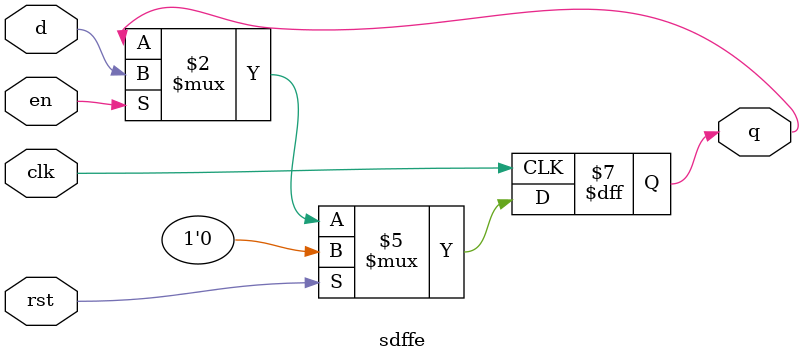
<source format=v>
module sdffe( input d, clk, rst, en, output reg q );
	always @( posedge clk)
		if (rst)
			q <= 0;
		else
			if (en)
				q <= d;
endmodule

</source>
